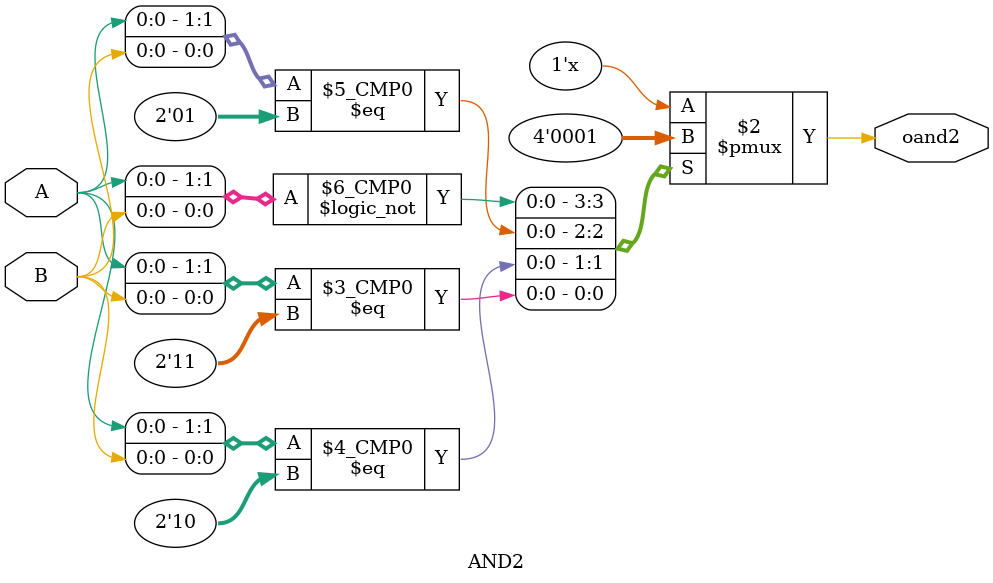
<source format=v>
module AND2 (output reg oand2, input A, B);
always @(A,B)//always is monitoring these inputs, this is the sensitivity list
    case ({A,B})//The curly braces is concatenating the values for these two inputs
                //this operates like a switch case
        2'b00:oand2=0;//2 is saying the number of 
        2'b01:oand2=0;
        2'b10:oand2=0;
        2'b11:oand2=1;
    endcase
endmodule
</source>
